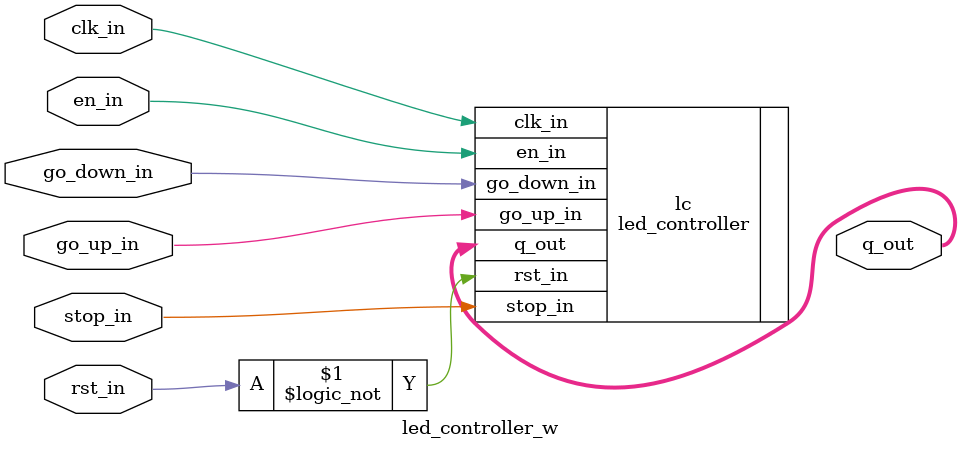
<source format=v>
`timescale 1ns / 1ps


module led_controller_w(
    input wire clk_in,
    input wire rst_in,
    input wire en_in,
    input wire go_up_in,
    input wire go_down_in,
    input wire stop_in,
    output wire [3:0] q_out // the led output
    );
    
    led_controller lc (
        .clk_in(clk_in),
        .rst_in(!rst_in),
        .en_in(en_in),
        .go_up_in(go_up_in),
        .go_down_in(go_down_in),
        .stop_in(stop_in),
        .q_out(q_out)
    );
    
endmodule

</source>
